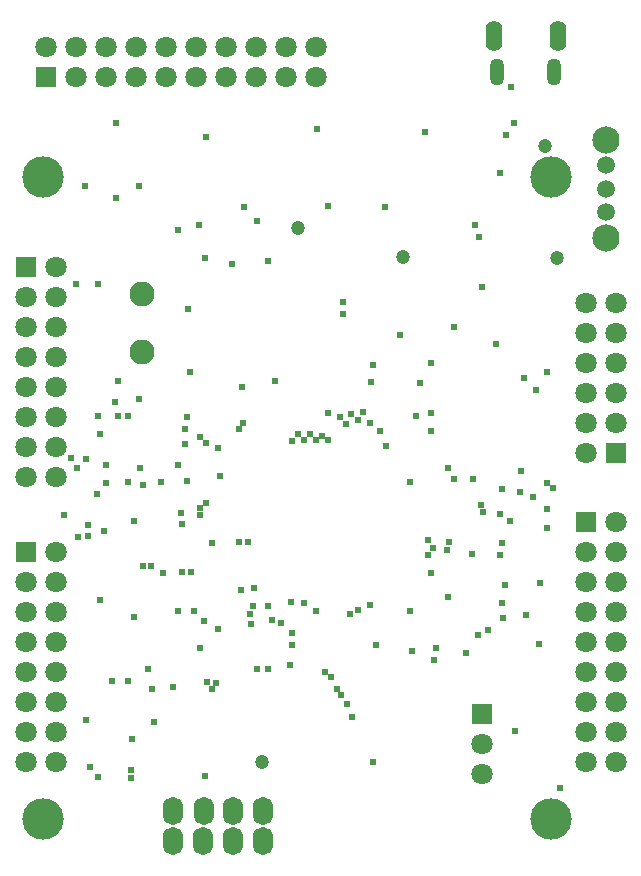
<source format=gbr>
%TF.GenerationSoftware,Altium Limited,Altium Designer,20.2.5 (213)*%
G04 Layer_Color=16711935*
%FSLAX45Y45*%
%MOMM*%
%TF.SameCoordinates,0B4FD596-2A60-4D0F-BAE7-1B06E363B609*%
%TF.FilePolarity,Negative*%
%TF.FileFunction,Soldermask,Bot*%
%TF.Part,Single*%
G01*
G75*
%TA.AperFunction,ComponentPad*%
%ADD39O,0.73000X1.46000*%
%TA.AperFunction,ConnectorPad*%
%ADD45O,1.25320X2.30320*%
%TA.AperFunction,ComponentPad*%
%ADD46C,1.51120*%
%ADD47C,2.30320*%
%ADD48C,1.80320*%
%ADD49R,1.80320X1.80320*%
%ADD50C,2.10820*%
%ADD51R,1.80320X1.80320*%
%ADD52O,1.72720X2.38760*%
%ADD53O,1.40320X2.60320*%
%TA.AperFunction,ViaPad*%
%ADD54C,0.60320*%
%ADD55C,1.20320*%
%ADD56C,3.50320*%
D39*
X12547900Y10520500D02*
D03*
X13032899D02*
D03*
D45*
X12547900D02*
D03*
X13032899D02*
D03*
D46*
X13473134Y9331192D02*
D03*
Y9731192D02*
D03*
Y9531192D02*
D03*
D47*
Y9116192D02*
D03*
Y9946192D02*
D03*
D48*
X12420600Y4826000D02*
D03*
Y4572000D02*
D03*
X8724900Y10731500D02*
D03*
X8978900D02*
D03*
X9232900D02*
D03*
X9486900D02*
D03*
X9740900D02*
D03*
X9994900D02*
D03*
X10248900D02*
D03*
X10502900D02*
D03*
X10756900D02*
D03*
X11010900D02*
D03*
Y10477500D02*
D03*
X10756900D02*
D03*
X10502900D02*
D03*
X10248900D02*
D03*
X9994900D02*
D03*
X9740900D02*
D03*
X9486900D02*
D03*
X9232900D02*
D03*
X8978900D02*
D03*
X13296899Y6451600D02*
D03*
Y6197600D02*
D03*
Y5943600D02*
D03*
Y5689600D02*
D03*
Y5435600D02*
D03*
Y5181600D02*
D03*
Y4927600D02*
D03*
Y4673600D02*
D03*
X13550900D02*
D03*
Y4927600D02*
D03*
Y5181600D02*
D03*
Y5435600D02*
D03*
Y5689600D02*
D03*
Y5943600D02*
D03*
Y6197600D02*
D03*
Y6451600D02*
D03*
Y6705600D02*
D03*
X8558234Y6203792D02*
D03*
Y5949792D02*
D03*
Y5695792D02*
D03*
Y5441792D02*
D03*
Y5187792D02*
D03*
Y4933792D02*
D03*
Y4679792D02*
D03*
X8812234D02*
D03*
Y4933792D02*
D03*
Y5187792D02*
D03*
Y5441792D02*
D03*
Y5695792D02*
D03*
Y5949792D02*
D03*
Y6203792D02*
D03*
Y6457792D02*
D03*
Y8864252D02*
D03*
Y8610252D02*
D03*
Y8356252D02*
D03*
Y8102252D02*
D03*
Y7848252D02*
D03*
Y7594252D02*
D03*
Y7340252D02*
D03*
Y7086252D02*
D03*
X8558234D02*
D03*
Y7340252D02*
D03*
Y7594252D02*
D03*
Y7848252D02*
D03*
Y8102252D02*
D03*
Y8356252D02*
D03*
Y8610252D02*
D03*
X13550999Y8559372D02*
D03*
Y8305372D02*
D03*
Y8051372D02*
D03*
Y7797372D02*
D03*
Y7543372D02*
D03*
X13296999Y8559372D02*
D03*
Y8305372D02*
D03*
Y8051372D02*
D03*
Y7797372D02*
D03*
Y7543372D02*
D03*
Y7289372D02*
D03*
D49*
X12420600Y5080000D02*
D03*
X13296899Y6705600D02*
D03*
X8558234Y6457792D02*
D03*
Y8864252D02*
D03*
X13550999Y7289372D02*
D03*
D50*
X9537700Y8636000D02*
D03*
Y8146004D02*
D03*
D51*
X8724900Y10477500D02*
D03*
D52*
X10564830Y4007337D02*
D03*
X10310830D02*
D03*
X10058100D02*
D03*
X9802830D02*
D03*
X9805370Y4261337D02*
D03*
X10061910D02*
D03*
X10313370D02*
D03*
X10564830D02*
D03*
D53*
X12517900Y10823500D02*
D03*
X13062900D02*
D03*
D54*
X10167676Y5344514D02*
D03*
X10133924Y5294907D02*
D03*
X10185400Y5803900D02*
D03*
X10604500Y5994400D02*
D03*
X11137900Y5397500D02*
D03*
X11087100Y5435600D02*
D03*
X10807700Y5664200D02*
D03*
X9626600Y5295900D02*
D03*
X10604500Y5461000D02*
D03*
X10515600D02*
D03*
X10795000Y5499100D02*
D03*
X10812260Y5770000D02*
D03*
X10718800Y5854700D02*
D03*
X11518900Y5664200D02*
D03*
X11473801Y6009433D02*
D03*
X9613900Y6337300D02*
D03*
X9715500Y6273800D02*
D03*
X9474200Y5905500D02*
D03*
X9842500Y5957100D02*
D03*
X10067447Y5870782D02*
D03*
X12127700Y7162800D02*
D03*
X11811000Y5956300D02*
D03*
X11988800Y6273800D02*
D03*
X12573000Y6426200D02*
D03*
X12332500Y6438900D02*
D03*
X10363200Y6540500D02*
D03*
X10198100Y7099300D02*
D03*
X12126900Y6474953D02*
D03*
X12141200Y6540500D02*
D03*
X11963400Y6553200D02*
D03*
X12001500Y6489700D02*
D03*
X9334500Y7899400D02*
D03*
X9308300Y7721600D02*
D03*
X9232900Y7035800D02*
D03*
X9155909Y6946109D02*
D03*
X9880600Y6692900D02*
D03*
X9867900Y6781800D02*
D03*
X10034442Y6769100D02*
D03*
X10032200Y6829058D02*
D03*
X9550400Y7023100D02*
D03*
X9423400Y7046900D02*
D03*
X9474200Y6718300D02*
D03*
X10083800Y6869900D02*
D03*
X9523900Y7162000D02*
D03*
X9512300Y7747000D02*
D03*
X10299700Y8890000D02*
D03*
X10401300Y9372600D02*
D03*
X10515600Y9258300D02*
D03*
X11861800Y7607300D02*
D03*
X11898800Y7886700D02*
D03*
X10604500Y8915400D02*
D03*
X10071100Y8940800D02*
D03*
X10020300Y9220200D02*
D03*
X10082420Y9969500D02*
D03*
X11310400Y7624670D02*
D03*
X11468100Y7549568D02*
D03*
X11480198Y7893535D02*
D03*
X11494300Y8033535D02*
D03*
X11556200Y7483012D02*
D03*
X11266375Y7534100D02*
D03*
X10388600Y7848600D02*
D03*
X10668000Y7898600D02*
D03*
X11988800Y8057500D02*
D03*
X11410400Y7641250D02*
D03*
X11239500Y8470100D02*
D03*
X11607800Y7354100D02*
D03*
X11315700Y5054600D02*
D03*
X11277600Y5168900D02*
D03*
X12026900Y5638000D02*
D03*
X11823700Y5613400D02*
D03*
X12280900Y5600700D02*
D03*
X12598400Y5892800D02*
D03*
X12585700Y6019800D02*
D03*
X12788900Y5918200D02*
D03*
X11012900Y5956300D02*
D03*
X12014200Y5537200D02*
D03*
X12471400Y5791200D02*
D03*
X12382500Y5753100D02*
D03*
X12903200Y5676900D02*
D03*
X9096805Y4631895D02*
D03*
X9068600Y5029200D02*
D03*
X9283700Y5359400D02*
D03*
X12585700Y6985000D02*
D03*
X12738100Y6962600D02*
D03*
X12965900Y6822600D02*
D03*
Y6654800D02*
D03*
X12852400Y6922600D02*
D03*
X9956800Y6286500D02*
D03*
X9880600D02*
D03*
X9982200Y5957100D02*
D03*
X13081000Y4457700D02*
D03*
X10439400Y6543300D02*
D03*
X10071100Y4559300D02*
D03*
X12344400Y7075800D02*
D03*
X12179300Y7073900D02*
D03*
X12407100Y6850279D02*
D03*
X12585700Y6527800D02*
D03*
X12611100Y6172200D02*
D03*
X12914099Y6193297D02*
D03*
X12128500Y6070600D02*
D03*
X9842160Y9181300D02*
D03*
X9169400Y8724900D02*
D03*
X9944100Y7975600D02*
D03*
X12654260Y6713240D02*
D03*
X12572200Y6772600D02*
D03*
X12700000Y4940300D02*
D03*
X11303000Y5930900D02*
D03*
X12874335Y7826666D02*
D03*
X12432200Y6795462D02*
D03*
X13017500Y6997700D02*
D03*
X12966701Y7035800D02*
D03*
X11988800Y7480300D02*
D03*
Y7632700D02*
D03*
X12179300Y8356600D02*
D03*
X11938000Y10007600D02*
D03*
X12357900Y9220200D02*
D03*
X12395200Y9118600D02*
D03*
X10809300Y7391575D02*
D03*
X11366375Y7569200D02*
D03*
X11722100Y8293100D02*
D03*
X12534900Y8216900D02*
D03*
X12776200Y7924800D02*
D03*
X12966701Y7975600D02*
D03*
X12750800Y7137400D02*
D03*
X11805800Y7043300D02*
D03*
X11023600Y10033000D02*
D03*
X11493500Y4673600D02*
D03*
X9804400Y5308600D02*
D03*
X10911000Y6019800D02*
D03*
X10483790Y5993600D02*
D03*
X10642600Y5880100D02*
D03*
X10804300Y6032500D02*
D03*
X10464800Y5842000D02*
D03*
X10093324Y5355365D02*
D03*
X9588500Y5461000D02*
D03*
X10031434Y5640366D02*
D03*
X11226800Y5244300D02*
D03*
X9640400Y5016500D02*
D03*
X9460400Y4868490D02*
D03*
X9906000Y7493000D02*
D03*
X8877300Y6769100D02*
D03*
X10363200Y7493000D02*
D03*
X10393306Y7544900D02*
D03*
X10858500Y7454900D02*
D03*
X10909300Y7404100D02*
D03*
X11963400Y6426200D02*
D03*
X9068600Y7239000D02*
D03*
X10134600Y6527800D02*
D03*
X11112900Y7404100D02*
D03*
X11061700Y7439800D02*
D03*
X9220200Y6629400D02*
D03*
X9182100Y6045200D02*
D03*
X10033000Y7429500D02*
D03*
X9906800Y7366000D02*
D03*
X9842500Y7188200D02*
D03*
X9702800Y7048500D02*
D03*
X9918700Y7594600D02*
D03*
X11011500Y7404100D02*
D03*
X10960100Y7454900D02*
D03*
X9550400Y6337300D02*
D03*
X11216375Y7596875D02*
D03*
X11188700Y5295900D02*
D03*
X11367900Y5965818D02*
D03*
X9918967Y7055978D02*
D03*
X10490200Y6146800D02*
D03*
X9931400Y8509000D02*
D03*
X10184600Y7336300D02*
D03*
X10083009Y7379491D02*
D03*
X11112900Y7631030D02*
D03*
X9424500Y5359400D02*
D03*
X8940800Y7251700D02*
D03*
X9080500Y6680200D02*
D03*
X10456300Y5930900D02*
D03*
X10375900Y6135234D02*
D03*
X9001992Y6578600D02*
D03*
X9080500Y6591300D02*
D03*
X12420600Y8699500D02*
D03*
X12573000Y9664700D02*
D03*
X12661900Y10388600D02*
D03*
X11239500Y8572500D02*
D03*
X11595100Y9372600D02*
D03*
X11112500Y9385300D02*
D03*
X9512300Y9550400D02*
D03*
X9448800Y4610100D02*
D03*
X9183200Y7454900D02*
D03*
X9334500Y7607300D02*
D03*
X9169400D02*
D03*
X8978900Y8724900D02*
D03*
X9232900Y7188200D02*
D03*
X8990800Y7162800D02*
D03*
X9423400Y7607300D02*
D03*
X9448800Y4540111D02*
D03*
X9169400Y4546600D02*
D03*
X12623800Y9982200D02*
D03*
X12687300Y10083800D02*
D03*
X9055100Y9550400D02*
D03*
X9321800Y9448800D02*
D03*
Y10083800D02*
D03*
D55*
X10553700Y4673600D02*
D03*
X10858500Y9194800D02*
D03*
X11747500Y8953500D02*
D03*
X13055600Y8940800D02*
D03*
X12953999Y9893300D02*
D03*
D56*
X8699500Y4191000D02*
D03*
X13004800D02*
D03*
Y9626600D02*
D03*
X8699500D02*
D03*
%TF.MD5,61504461b4761f4551e488404d861918*%
M02*

</source>
